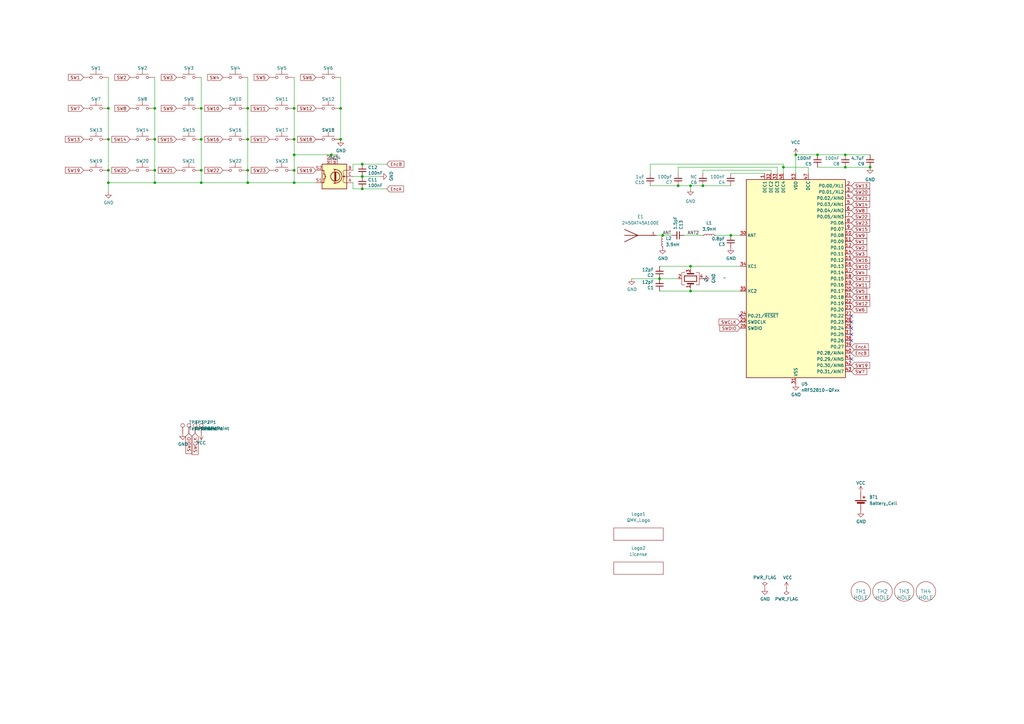
<source format=kicad_sch>
(kicad_sch (version 20230121) (generator eeschema)
  (paper "A3")
  (title_block (title "Lotus 46 unWired") (date "2023-08-20") (rev "v1.00") (company "Markus Knutsson <markus.knutsson@tweety.se>") (comment 1 "https://github.com/TweetyDaBird") (comment 2 "Licensed under Creative Commons BY-SA 4.0 International "))
  (lib_symbols
    (symbol "2450AT45A100E:2450AT45A100E" (pin_names (offset 1.016))
      (property "Reference" "E" (at 2.8004 5.8496 0))
      (property "Value" "2450AT45A100E" (at 2.6732 3.813 0))
      (symbol "2450AT45A100E_0_0"
        (polyline (pts (xy 0 2.54) (xy -2.667 8.001)) (stroke (width 0.254)))
        (polyline (pts (xy 0 2.54) (xy 0 -5.08)) (stroke (width 0.254)))
        (polyline (pts (xy 0 8.001) (xy 0 2.54)) (stroke (width 0.254)))
        (polyline (pts (xy 2.413 8.001) (xy 0 2.54)) (stroke (width 0.254)))
        (pin input line (at 0 -5.08 90) (length 2.54) (name "~") (number "1"))
      )
    )
    (symbol "Connector:TestPoint" (pin_numbers hide) (pin_names (offset 0.762) hide)
      (property "Reference" "TP" (at 0 6.858 0))
      (property "Value" "TestPoint" (at 0 5.08 0))
      (symbol "TestPoint_0_1"
        (circle (center 0 3.302) (radius 0.762))
      )
      (symbol "TestPoint_1_1"
        (pin passive line (at 0 0 90) (length 2.54) (name "1") (number "1"))
      )
    )
    (symbol "Device:Battery_Cell" (pin_numbers hide) (pin_names (offset 0) hide)
      (property "Reference" "BT" (at 2.54 2.54 0))
      (property "Value" "Battery_Cell" (at 2.54 0 0))
      (symbol "Battery_Cell_0_1"
        (rectangle (start -2.286 1.778) (end 2.286 1.524) (fill (type outline)))
        (rectangle (start -1.524 1.016) (end 1.524 0.508) (fill (type outline)))
        (polyline (pts (xy 0 0.762) (xy 0 0)))
        (polyline (pts (xy 0 1.778) (xy 0 2.54)))
        (polyline (pts (xy 0.762 3.048) (xy 1.778 3.048)) (stroke (width 0.254)))
        (polyline (pts (xy 1.27 3.556) (xy 1.27 2.54)) (stroke (width 0.254)))
      )
      (symbol "Battery_Cell_1_1"
        (pin passive line (at 0 5.08 270) (length 2.54) (name "+") (number "1"))
        (pin passive line (at 0 -2.54 90) (length 2.54) (name "-") (number "2"))
      )
    )
    (symbol "Device:C_Small" (pin_numbers hide) (pin_names (offset 0.254) hide)
      (property "Reference" "C" (at 0.254 1.778 0))
      (property "Value" "C_Small" (at 0.254 -2.032 0))
      (symbol "C_Small_0_1"
        (polyline (pts (xy -1.524 -0.508) (xy 1.524 -0.508)) (stroke (width 0.3302)))
        (polyline (pts (xy -1.524 0.508) (xy 1.524 0.508)) (stroke (width 0.3048)))
      )
      (symbol "C_Small_1_1"
        (pin passive line (at 0 2.54 270) (length 2.032) (name "~") (number "1"))
        (pin passive line (at 0 -2.54 90) (length 2.032) (name "~") (number "2"))
      )
    )
    (symbol "Device:Crystal_GND24" (pin_names (offset 1.016) hide)
      (property "Reference" "Y" (at 3.175 5.08 0))
      (property "Value" "Crystal_GND24" (at 3.175 3.175 0))
      (symbol "Crystal_GND24_0_1"
        (rectangle (start -1.143 2.54) (end 1.143 -2.54) (stroke (width 0.3048)))
        (polyline (pts (xy -2.54 0) (xy -2.032 0)))
        (polyline (pts (xy -2.032 -1.27) (xy -2.032 1.27)) (stroke (width 0.508)))
        (polyline (pts (xy 0 -3.81) (xy 0 -3.556)))
        (polyline (pts (xy 0 3.556) (xy 0 3.81)))
        (polyline (pts (xy 2.032 -1.27) (xy 2.032 1.27)) (stroke (width 0.508)))
        (polyline (pts (xy 2.032 0) (xy 2.54 0)))
        (polyline (pts (xy -2.54 -2.286) (xy -2.54 -3.556) (xy 2.54 -3.556) (xy 2.54 -2.286)))
        (polyline (pts (xy -2.54 2.286) (xy -2.54 3.556) (xy 2.54 3.556) (xy 2.54 2.286)))
      )
      (symbol "Crystal_GND24_1_1"
        (pin passive line (at -3.81 0 0) (length 1.27) (name "1") (number "1"))
        (pin passive line (at 0 5.08 270) (length 1.27) (name "2") (number "2"))
        (pin passive line (at 3.81 0 180) (length 1.27) (name "3") (number "3"))
        (pin passive line (at 0 -5.08 90) (length 1.27) (name "4") (number "4"))
      )
    )
    (symbol "Device:L_Small" (pin_numbers hide) (pin_names (offset 0.254) hide)
      (property "Reference" "L" (at 0.762 1.016 0))
      (property "Value" "L_Small" (at 0.762 -1.016 0))
      (symbol "L_Small_0_1"
        (arc (start 0 -2.032) (mid 0.5058 -1.524) (end 0 -1.016))
        (arc (start 0 -1.016) (mid 0.5058 -0.508) (end 0 0))
        (arc (start 0 0) (mid 0.5058 0.508) (end 0 1.016))
        (arc (start 0 1.016) (mid 0.5058 1.524) (end 0 2.032))
      )
      (symbol "L_Small_1_1"
        (pin passive line (at 0 2.54 270) (length 0.508) (name "~") (number "1"))
        (pin passive line (at 0 -2.54 90) (length 0.508) (name "~") (number "2"))
      )
    )
    (symbol "GND_2" (power) (pin_names (offset 0))
      (property "Value" "GND_2" (at 0 -3.81 0))
      (symbol "GND_2_0_1"
        (polyline (pts (xy 0 0) (xy 0 -1.27) (xy 1.27 -1.27) (xy 0 -2.54) (xy -1.27 -1.27) (xy 0 -1.27)))
      )
      (symbol "GND_2_1_1"
        (pin power_in line (at 0 0 270) (length 0) hide (name "GND") (number "1"))
      )
    )
    (symbol "Keyboard_Library:Rotary_Encoder_Switch_GND" (pin_names (offset 0.254) hide)
      (property "Reference" "SW" (at 0 6.604 0))
      (property "Value" "Rotary_Encoder_Switch_GND" (at 0 8.89 0))
      (symbol "Rotary_Encoder_Switch_GND_0_1"
        (rectangle (start -5.08 5.08) (end 5.08 -5.08) (stroke (width 0.254)) (fill (type background)))
        (circle (center -3.81 0) (radius 0.254) (fill (type outline)))
        (circle (center -0.381 0) (radius 1.905) (stroke (width 0.254)))
        (arc (start -0.381 2.667) (mid -3.0988 -0.0635) (end -0.381 -2.794) (stroke (width 0.254)))
        (polyline (pts (xy -0.635 -1.778) (xy -0.635 1.778)) (stroke (width 0.254)))
        (polyline (pts (xy -0.381 -1.778) (xy -0.381 1.778)) (stroke (width 0.254)))
        (polyline (pts (xy -0.127 1.778) (xy -0.127 -1.778)) (stroke (width 0.254)))
        (polyline (pts (xy 3.81 0) (xy 3.429 0)) (stroke (width 0.254)))
        (polyline (pts (xy 3.81 1.016) (xy 3.81 -1.016)) (stroke (width 0.254)))
        (polyline (pts (xy -5.08 -2.54) (xy -3.81 -2.54) (xy -3.81 -2.032)))
        (polyline (pts (xy -5.08 2.54) (xy -3.81 2.54) (xy -3.81 2.032)))
        (polyline (pts (xy 0.254 -3.048) (xy -0.508 -2.794) (xy 0.127 -2.413)) (stroke (width 0.254)))
        (polyline (pts (xy 0.254 2.921) (xy -0.508 2.667) (xy 0.127 2.286)) (stroke (width 0.254)))
        (polyline (pts (xy 5.08 -2.54) (xy 4.318 -2.54) (xy 4.318 -1.016)) (stroke (width 0.254)))
        (polyline (pts (xy 5.08 2.54) (xy 4.318 2.54) (xy 4.318 1.016)) (stroke (width 0.254)))
        (polyline (pts (xy -5.08 0) (xy -3.81 0) (xy -3.81 -1.016) (xy -3.302 -2.032)))
        (polyline (pts (xy -4.318 0) (xy -3.81 0) (xy -3.81 1.016) (xy -3.302 2.032)))
        (circle (center 4.318 -1.016) (radius 0.127) (stroke (width 0.254)))
        (circle (center 4.318 1.016) (radius 0.127) (stroke (width 0.254)))
      )
      (symbol "Rotary_Encoder_Switch_GND_1_1"
        (pin passive line (at -7.62 2.54 0) (length 2.54) (name "A") (number "A"))
        (pin passive line (at -7.62 -2.54 0) (length 2.54) (name "B") (number "B"))
        (pin passive line (at -7.62 0 0) (length 2.54) (name "C") (number "C"))
        (pin power_in line (at -1.27 -8.89 90) (length 3.7084) (name "GND") (number "MP1"))
        (pin power_in line (at 1.27 -8.89 90) (length 3.7592) (name "GND") (number "MP2"))
        (pin passive line (at 7.62 2.54 180) (length 2.54) (name "S1") (number "S1"))
        (pin passive line (at 7.62 -2.54 180) (length 2.54) (name "S2") (number "S2"))
      )
    )
    (symbol "Logotypes:QMK_Logo" (pin_numbers hide) (pin_names (offset 0) hide) (in_bom no)
      (property "Reference" "Logo" (at 0 0 0))
      (property "Value" "QMK_Logo" (at 0 2.54 0))
      (symbol "QMK_Logo_0_1"
        (rectangle (start -10.16 3.81) (end 10.16 -1.27))
      )
    )
    (symbol "MCU_Nordic:nRF52810-QFxx"
      (property "Reference" "U" (at 0 1.27 0))
      (property "Value" "nRF52810-QFxx" (at 0 -1.27 0))
      (symbol "nRF52810-QFxx_0_1"
        (rectangle (start -20.32 40.64) (end 20.32 -40.64) (stroke (width 0.254)) (fill (type background)))
      )
      (symbol "nRF52810-QFxx_1_1"
        (pin passive line (at -12.7 43.18 270) (length 2.54) (name "DEC1") (number "1"))
        (pin bidirectional line (at 22.86 17.78 180) (length 2.54) (name "P0.08") (number "10"))
        (pin bidirectional line (at 22.86 15.24 180) (length 2.54) (name "P0.09") (number "11"))
        (pin bidirectional line (at 22.86 12.7 180) (length 2.54) (name "P0.10") (number "12"))
        (pin power_in line (at 0 43.18 270) (length 2.54) (name "VDD") (number "13"))
        (pin bidirectional line (at 22.86 10.16 180) (length 2.54) (name "P0.11") (number "14"))
        (pin bidirectional line (at 22.86 7.62 180) (length 2.54) (name "P0.12") (number "15"))
        (pin bidirectional line (at 22.86 5.08 180) (length 2.54) (name "P0.13") (number "16"))
        (pin bidirectional line (at 22.86 2.54 180) (length 2.54) (name "P0.14") (number "17"))
        (pin bidirectional line (at 22.86 0 180) (length 2.54) (name "P0.15") (number "18"))
        (pin bidirectional line (at 22.86 -2.54 180) (length 2.54) (name "P0.16") (number "19"))
        (pin bidirectional line (at 22.86 38.1 180) (length 2.54) (name "P0.00/XL1") (number "2"))
        (pin bidirectional line (at 22.86 -5.08 180) (length 2.54) (name "P0.17") (number "20"))
        (pin bidirectional line (at 22.86 -7.62 180) (length 2.54) (name "P0.18") (number "21"))
        (pin bidirectional line (at 22.86 -10.16 180) (length 2.54) (name "P0.19") (number "22"))
        (pin bidirectional line (at 22.86 -12.7 180) (length 2.54) (name "P0.20") (number "23"))
        (pin bidirectional line (at -22.86 -15.24 0) (length 2.54) (name "P0.21/~{RESET}") (number "24"))
        (pin input line (at -22.86 -17.78 0) (length 2.54) (name "SWDCLK") (number "25"))
        (pin bidirectional line (at -22.86 -20.32 0) (length 2.54) (name "SWDIO") (number "26"))
        (pin bidirectional line (at 22.86 -15.24 180) (length 2.54) (name "P0.22") (number "27"))
        (pin bidirectional line (at 22.86 -17.78 180) (length 2.54) (name "P0.23") (number "28"))
        (pin bidirectional line (at 22.86 -20.32 180) (length 2.54) (name "P0.24") (number "29"))
        (pin bidirectional line (at 22.86 35.56 180) (length 2.54) (name "P0.01/XL2") (number "3"))
        (pin passive line (at -22.86 17.78 0) (length 2.54) (name "ANT") (number "30"))
        (pin power_in line (at 0 -43.18 90) (length 2.54) (name "VSS") (number "31"))
        (pin passive line (at -10.16 43.18 270) (length 2.54) (name "DEC2") (number "32"))
        (pin passive line (at -7.62 43.18 270) (length 2.54) (name "DEC3") (number "33"))
        (pin input line (at -22.86 5.08 0) (length 2.54) (name "XC1") (number "34"))
        (pin input line (at -22.86 -5.08 0) (length 2.54) (name "XC2") (number "35"))
        (pin passive line (at 0 43.18 270) (length 2.54) hide (name "VDD") (number "36"))
        (pin bidirectional line (at 22.86 -22.86 180) (length 2.54) (name "P0.25") (number "37"))
        (pin bidirectional line (at 22.86 -25.4 180) (length 2.54) (name "P0.26") (number "38"))
        (pin bidirectional line (at 22.86 -27.94 180) (length 2.54) (name "P0.27") (number "39"))
        (pin bidirectional line (at 22.86 33.02 180) (length 2.54) (name "P0.02/AIN0") (number "4"))
        (pin bidirectional line (at 22.86 -30.48 180) (length 2.54) (name "P0.28/AIN4") (number "40"))
        (pin bidirectional line (at 22.86 -33.02 180) (length 2.54) (name "P0.29/AIN5") (number "41"))
        (pin bidirectional line (at 22.86 -35.56 180) (length 2.54) (name "P0.30/AIN6") (number "42"))
        (pin bidirectional line (at 22.86 -38.1 180) (length 2.54) (name "P0.31/AIN7") (number "43"))
        (pin no_connect line (at -20.32 -30.48 0) (length 2.54) hide (name "NC") (number "44"))
        (pin passive line (at 0 -43.18 90) (length 2.54) hide (name "VSS") (number "45"))
        (pin passive line (at -5.08 43.18 270) (length 2.54) (name "DEC4") (number "46"))
        (pin power_out line (at 5.08 43.18 270) (length 2.54) (name "DCC") (number "47"))
        (pin passive line (at 0 43.18 270) (length 2.54) hide (name "VDD") (number "48"))
        (pin passive line (at 0 -43.18 90) (length 2.54) hide (name "VSS") (number "49"))
        (pin bidirectional line (at 22.86 30.48 180) (length 2.54) (name "P0.03/AIN1") (number "5"))
        (pin bidirectional line (at 22.86 27.94 180) (length 2.54) (name "P0.04/AIN2") (number "6"))
        (pin bidirectional line (at 22.86 25.4 180) (length 2.54) (name "P0.05/AIN3") (number "7"))
        (pin bidirectional line (at 22.86 22.86 180) (length 2.54) (name "P0.06") (number "8"))
        (pin bidirectional line (at 22.86 20.32 180) (length 2.54) (name "P0.07") (number "9"))
      )
    )
    (symbol "Switch:SW_Push" (pin_numbers hide) (pin_names (offset 1.016) hide)
      (property "Reference" "SW" (at 1.27 2.54 0))
      (property "Value" "SW_Push" (at 0 -1.524 0))
      (symbol "SW_Push_0_1"
        (circle (center -2.032 0) (radius 0.508))
        (polyline (pts (xy 0 1.27) (xy 0 3.048)))
        (polyline (pts (xy 2.54 1.27) (xy -2.54 1.27)))
        (circle (center 2.032 0) (radius 0.508))
        (pin passive line (at -5.08 0 0) (length 2.54) (name "1") (number "1"))
        (pin passive line (at 5.08 0 180) (length 2.54) (name "2") (number "2"))
      )
    )
    (symbol "VCC_1" (power) (pin_names (offset 0))
      (property "Value" "VCC_1" (at 0 3.81 0))
      (symbol "VCC_1_0_1"
        (polyline (pts (xy -0.762 1.27) (xy 0 2.54)))
        (polyline (pts (xy 0 0) (xy 0 2.54)))
        (polyline (pts (xy 0 2.54) (xy 0.762 1.27)))
      )
      (symbol "VCC_1_1_1"
        (pin power_in line (at 0 0 90) (length 0) hide (name "VCC") (number "1"))
      )
    )
    (symbol "keebio:Hole" (pin_names (offset 1.016))
      (property "Reference" "H" (at 0 -1.27 0))
      (property "Value" "Hole" (at 0 1.27 0))
      (symbol "Hole_0_1"
        (circle (center 0 0) (radius 4.0132))
      )
    )
    (symbol "power:GND" (power) (pin_names (offset 0))
      (property "Value" "GND" (at 0 -3.81 0))
      (symbol "GND_0_1"
        (polyline (pts (xy 0 0) (xy 0 -1.27) (xy 1.27 -1.27) (xy 0 -2.54) (xy -1.27 -1.27) (xy 0 -1.27)))
      )
      (symbol "GND_1_1"
        (pin power_in line (at 0 0 270) (length 0) hide (name "GND") (number "1"))
      )
    )
    (symbol "power:PWR_FLAG" (power) (pin_numbers hide) (pin_names (offset 0) hide)
      (property "Value" "PWR_FLAG" (at 0 3.81 0))
      (symbol "PWR_FLAG_0_0"
        (pin power_out line (at 0 0 90) (length 0) (name "pwr") (number "1"))
      )
      (symbol "PWR_FLAG_0_1"
        (polyline (pts (xy 0 0) (xy 0 1.27) (xy -1.016 1.905) (xy 0 2.54) (xy 1.016 1.905) (xy 0 1.27)))
      )
    )
    (symbol "power:VCC" (power) (pin_names (offset 0))
      (property "Value" "VCC" (at 0 3.81 0))
      (symbol "VCC_0_1"
        (polyline (pts (xy -0.762 1.27) (xy 0 2.54)))
        (polyline (pts (xy 0 0) (xy 0 2.54)))
        (polyline (pts (xy 0 2.54) (xy 0.762 1.27)))
      )
      (symbol "VCC_1_1"
        (pin power_in line (at 0 0 90) (length 0) hide (name "VCC") (number "1"))
      )
    )
  )
  (junction (at 139.7 44.45))
  (junction (at 44.45 74.93))
  (junction (at 44.45 44.45))
  (junction (at 148.59 72.39))
  (junction (at 326.39 63.5))
  (junction (at 335.28 63.5))
  (junction (at 120.65 74.93))
  (junction (at 270.51 114.3))
  (junction (at 120.65 63.5))
  (junction (at 101.6 57.15))
  (junction (at 271.78 96.52))
  (junction (at 139.7 57.15))
  (junction (at 63.5 57.15))
  (junction (at 283.21 119.38))
  (junction (at 82.55 74.93))
  (junction (at 356.87 68.58))
  (junction (at 283.21 109.22))
  (junction (at 288.29 76.2))
  (junction (at 63.5 44.45))
  (junction (at 120.65 44.45))
  (junction (at 120.65 57.15))
  (junction (at 283.21 76.2))
  (junction (at 299.72 96.52))
  (junction (at 44.45 69.85))
  (junction (at 120.65 69.85))
  (junction (at 101.6 44.45))
  (junction (at 63.5 74.93))
  (junction (at 82.55 57.15))
  (junction (at 101.6 74.93))
  (junction (at 346.71 63.5))
  (junction (at 148.59 77.47))
  (junction (at 135.89 63.5))
  (junction (at 321.31 68.58))
  (junction (at 82.55 69.85))
  (junction (at 63.5 69.85))
  (junction (at 101.6 69.85))
  (junction (at 82.55 44.45))
  (junction (at 346.71 68.58))
  (junction (at 278.13 76.2))
  (junction (at 148.59 67.31))
  (junction (at 44.45 57.15))
  (no_connect (at 349.25 134.62))
  (no_connect (at 349.25 147.32))
  (no_connect (at 349.25 139.7))
  (no_connect (at 349.25 129.54))
  (no_connect (at 349.25 137.16))
  (no_connect (at 349.25 132.08))
  (no_connect (at 303.53 129.54))
  (wire (pts (xy 266.7 67.31) (xy 266.7 71.12)))
  (wire (pts (xy 120.65 31.75) (xy 120.65 44.45)))
  (wire (pts (xy 101.6 74.93) (xy 82.55 74.93)))
  (wire (pts (xy 139.7 31.75) (xy 139.7 44.45)))
  (wire (pts (xy 144.78 67.31) (xy 148.59 67.31)))
  (wire (pts (xy 270.51 114.3) (xy 259.08 114.3)))
  (wire (pts (xy 331.47 71.12) (xy 331.47 68.58)))
  (wire (pts (xy 44.45 44.45) (xy 44.45 57.15)))
  (wire (pts (xy 101.6 57.15) (xy 101.6 69.85)))
  (wire (pts (xy 139.7 57.15) (xy 139.7 57.404)))
  (wire (pts (xy 278.13 76.2) (xy 283.21 76.2)))
  (wire (pts (xy 101.6 44.45) (xy 101.6 57.15)))
  (wire (pts (xy 270.51 114.3) (xy 278.13 114.3)))
  (wire (pts (xy 293.37 96.52) (xy 299.72 96.52)))
  (wire (pts (xy 288.29 69.85) (xy 288.29 71.12)))
  (wire (pts (xy 144.78 72.39) (xy 148.59 72.39)))
  (wire (pts (xy 82.55 57.15) (xy 82.55 69.85)))
  (wire (pts (xy 44.45 78.74) (xy 44.45 74.93)))
  (wire (pts (xy 331.47 68.58) (xy 321.31 68.58)))
  (wire (pts (xy 158.623 77.47) (xy 148.59 77.47)))
  (wire (pts (xy 63.5 69.85) (xy 63.5 74.93)))
  (wire (pts (xy 318.77 71.12) (xy 318.77 68.58)))
  (wire (pts (xy 283.21 76.2) (xy 288.29 76.2)))
  (wire (pts (xy 144.78 77.47) (xy 144.78 74.93)))
  (wire (pts (xy 120.65 63.5) (xy 135.89 63.5)))
  (wire (pts (xy 266.7 76.2) (xy 278.13 76.2)))
  (wire (pts (xy 283.21 119.38) (xy 270.51 119.38)))
  (wire (pts (xy 335.28 63.5) (xy 346.71 63.5)))
  (wire (pts (xy 271.78 96.52) (xy 275.59 96.52)))
  (wire (pts (xy 120.65 44.45) (xy 120.65 57.15)))
  (wire (pts (xy 44.45 69.85) (xy 44.45 74.93)))
  (wire (pts (xy 269.24 96.52) (xy 271.78 96.52)))
  (wire (pts (xy 326.39 63.5) (xy 326.39 71.12)))
  (wire (pts (xy 82.55 31.75) (xy 82.55 44.45)))
  (wire (pts (xy 335.28 68.58) (xy 346.71 68.58)))
  (wire (pts (xy 288.29 69.85) (xy 316.23 69.85)))
  (wire (pts (xy 63.5 57.15) (xy 63.5 69.85)))
  (wire (pts (xy 288.29 76.2) (xy 299.72 76.2)))
  (wire (pts (xy 44.45 31.75) (xy 44.45 44.45)))
  (wire (pts (xy 44.45 74.93) (xy 63.5 74.93)))
  (wire (pts (xy 283.21 109.22) (xy 283.21 110.49)))
  (wire (pts (xy 283.21 109.22) (xy 303.53 109.22)))
  (wire (pts (xy 316.23 69.85) (xy 316.23 71.12)))
  (wire (pts (xy 139.7 44.45) (xy 139.7 57.15)))
  (wire (pts (xy 326.39 63.5) (xy 335.28 63.5)))
  (wire (pts (xy 120.65 69.85) (xy 120.65 74.93)))
  (wire (pts (xy 63.5 44.45) (xy 63.5 57.15)))
  (wire (pts (xy 144.78 77.47) (xy 148.59 77.47)))
  (wire (pts (xy 101.6 69.85) (xy 101.6 74.93)))
  (wire (pts (xy 44.45 57.15) (xy 44.45 69.85)))
  (wire (pts (xy 63.5 31.75) (xy 63.5 44.45)))
  (wire (pts (xy 321.31 67.31) (xy 321.31 68.58)))
  (wire (pts (xy 63.5 74.93) (xy 82.55 74.93)))
  (wire (pts (xy 270.51 109.22) (xy 283.21 109.22)))
  (wire (pts (xy 120.65 74.93) (xy 129.54 74.93)))
  (wire (pts (xy 266.7 67.31) (xy 321.31 67.31)))
  (wire (pts (xy 278.13 68.58) (xy 278.13 71.12)))
  (wire (pts (xy 135.89 63.5) (xy 138.43 63.5)))
  (wire (pts (xy 120.65 57.15) (xy 120.65 63.5)))
  (wire (pts (xy 158.623 67.31) (xy 148.59 67.31)))
  (wire (pts (xy 82.55 69.85) (xy 82.55 74.93)))
  (wire (pts (xy 280.67 96.52) (xy 288.29 96.52)))
  (wire (pts (xy 299.72 71.12) (xy 313.69 71.12)))
  (wire (pts (xy 299.72 96.52) (xy 303.53 96.52)))
  (wire (pts (xy 346.71 63.5) (xy 356.87 63.5)))
  (wire (pts (xy 144.78 67.31) (xy 144.78 69.85)))
  (wire (pts (xy 82.55 44.45) (xy 82.55 57.15)))
  (wire (pts (xy 321.31 71.12) (xy 321.31 68.58)))
  (wire (pts (xy 283.21 76.2) (xy 283.21 77.47)))
  (wire (pts (xy 101.6 74.93) (xy 120.65 74.93)))
  (wire (pts (xy 120.65 63.5) (xy 120.65 69.85)))
  (wire (pts (xy 318.77 68.58) (xy 278.13 68.58)))
  (wire (pts (xy 283.21 118.11) (xy 283.21 119.38)))
  (wire (pts (xy 346.71 68.58) (xy 356.87 68.58)))
  (wire (pts (xy 156.083 72.39) (xy 148.59 72.39)))
  (wire (pts (xy 101.6 31.75) (xy 101.6 44.45)))
  (wire (pts (xy 303.53 119.38) (xy 283.21 119.38)))
  (label "ANT" (at 271.78 96.52 0))
  (label "ANT2" (at 281.94 96.52 0))
  (global_label "SW19" (shape input) (at 129.54 69.85 180) (property "Intersheetrefs" "${INTERSHEET_REFS}" (effects hide)))
  (global_label "SWCLK" (shape input) (at 303.53 132.08 180) (property "Intersheetrefs" "${INTERSHEET_REFS}" (effects hide)))
  (global_label "SW5" (shape input) (at 110.49 31.75 180) (property "Intersheetrefs" "${INTERSHEET_REFS}" (effects hide)))
  (global_label "SW11" (shape input) (at 110.49 44.45 180) (property "Intersheetrefs" "${INTERSHEET_REFS}" (effects hide)))
  (global_label "SW4" (shape input) (at 349.25 111.76 0) (property "Intersheetrefs" "${INTERSHEET_REFS}" (effects hide)))
  (global_label "EncB" (shape input) (at 349.25 144.78 0) (property "Intersheetrefs" "${INTERSHEET_REFS}" (effects hide)))
  (global_label "SW12" (shape input) (at 129.54 44.45 180) (property "Intersheetrefs" "${INTERSHEET_REFS}" (effects hide)))
  (global_label "SW16" (shape input) (at 91.44 57.15 180) (property "Intersheetrefs" "${INTERSHEET_REFS}" (effects hide)))
  (global_label "SW9" (shape input) (at 349.25 96.52 0) (property "Intersheetrefs" "${INTERSHEET_REFS}" (effects hide)))
  (global_label "SWDIO" (shape input) (at 77.47 177.8 270) (property "Intersheetrefs" "${INTERSHEET_REFS}" (effects hide)))
  (global_label "SW10" (shape input) (at 91.44 44.45 180) (property "Intersheetrefs" "${INTERSHEET_REFS}" (effects hide)))
  (global_label "SW12" (shape input) (at 349.25 124.46 0) (property "Intersheetrefs" "${INTERSHEET_REFS}" (effects hide)))
  (global_label "SW17" (shape input) (at 349.25 114.3 0) (property "Intersheetrefs" "${INTERSHEET_REFS}" (effects hide)))
  (global_label "SW13" (shape input) (at 34.29 57.15 180) (property "Intersheetrefs" "${INTERSHEET_REFS}" (effects hide)))
  (global_label "SW8" (shape input) (at 53.34 44.45 180) (property "Intersheetrefs" "${INTERSHEET_REFS}" (effects hide)))
  (global_label "SW15" (shape input) (at 349.25 93.98 0) (property "Intersheetrefs" "${INTERSHEET_REFS}" (effects hide)))
  (global_label "SW3" (shape input) (at 72.39 31.75 180) (property "Intersheetrefs" "${INTERSHEET_REFS}" (effects hide)))
  (global_label "EncA" (shape input) (at 349.25 142.24 0) (property "Intersheetrefs" "${INTERSHEET_REFS}" (effects hide)))
  (global_label "SW13" (shape input) (at 349.25 76.2 0) (property "Intersheetrefs" "${INTERSHEET_REFS}" (effects hide)))
  (global_label "EncB" (shape input) (at 158.623 67.31 0) (property "Intersheetrefs" "${INTERSHEET_REFS}" (effects hide)))
  (global_label "SW23" (shape input) (at 349.25 91.44 0) (property "Intersheetrefs" "${INTERSHEET_REFS}" (effects hide)))
  (global_label "SW23" (shape input) (at 110.49 69.85 180) (property "Intersheetrefs" "${INTERSHEET_REFS}" (effects hide)))
  (global_label "SW9" (shape input) (at 72.39 44.45 180) (property "Intersheetrefs" "${INTERSHEET_REFS}" (effects hide)))
  (global_label "SW7" (shape input) (at 349.25 152.4 0) (property "Intersheetrefs" "${INTERSHEET_REFS}" (effects hide)))
  (global_label "SW19" (shape input) (at 349.25 149.86 0) (property "Intersheetrefs" "${INTERSHEET_REFS}" (effects hide)))
  (global_label "SW19" (shape input) (at 34.29 69.85 180) (property "Intersheetrefs" "${INTERSHEET_REFS}" (effects hide)))
  (global_label "SW1" (shape input) (at 34.29 31.75 180) (property "Intersheetrefs" "${INTERSHEET_REFS}" (effects hide)))
  (global_label "SW11" (shape input) (at 349.25 116.84 0) (property "Intersheetrefs" "${INTERSHEET_REFS}" (effects hide)))
  (global_label "SW17" (shape input) (at 110.49 57.15 180) (property "Intersheetrefs" "${INTERSHEET_REFS}" (effects hide)))
  (global_label "SW22" (shape input) (at 91.44 69.85 180) (property "Intersheetrefs" "${INTERSHEET_REFS}" (effects hide)))
  (global_label "SW21" (shape input) (at 72.39 69.85 180) (property "Intersheetrefs" "${INTERSHEET_REFS}" (effects hide)))
  (global_label "SW5" (shape input) (at 349.25 119.38 0) (property "Intersheetrefs" "${INTERSHEET_REFS}" (effects hide)))
  (global_label "SW14" (shape input) (at 349.25 83.82 0) (property "Intersheetrefs" "${INTERSHEET_REFS}" (effects hide)))
  (global_label "SW6" (shape input) (at 349.25 127 0) (property "Intersheetrefs" "${INTERSHEET_REFS}" (effects hide)))
  (global_label "SW15" (shape input) (at 72.39 57.15 180) (property "Intersheetrefs" "${INTERSHEET_REFS}" (effects hide)))
  (global_label "SW21" (shape input) (at 349.25 81.28 0) (property "Intersheetrefs" "${INTERSHEET_REFS}" (effects hide)))
  (global_label "SW14" (shape input) (at 53.34 57.15 180) (property "Intersheetrefs" "${INTERSHEET_REFS}" (effects hide)))
  (global_label "SW6" (shape input) (at 129.54 31.75 180) (property "Intersheetrefs" "${INTERSHEET_REFS}" (effects hide)))
  (global_label "SW22" (shape input) (at 349.25 88.9 0) (property "Intersheetrefs" "${INTERSHEET_REFS}" (effects hide)))
  (global_label "SW2" (shape input) (at 349.25 101.6 0) (property "Intersheetrefs" "${INTERSHEET_REFS}" (effects hide)))
  (global_label "SW7" (shape input) (at 34.29 44.45 180) (property "Intersheetrefs" "${INTERSHEET_REFS}" (effects hide)))
  (global_label "SWDIO" (shape input) (at 303.53 134.62 180) (property "Intersheetrefs" "${INTERSHEET_REFS}" (effects hide)))
  (global_label "EncA" (shape input) (at 158.623 77.47 0) (property "Intersheetrefs" "${INTERSHEET_REFS}" (effects hide)))
  (global_label "SW20" (shape input) (at 349.25 78.74 0) (property "Intersheetrefs" "${INTERSHEET_REFS}" (effects hide)))
  (global_label "SW10" (shape input) (at 349.25 109.22 0) (property "Intersheetrefs" "${INTERSHEET_REFS}" (effects hide)))
  (global_label "SWCLK" (shape input) (at 80.01 177.8 270) (property "Intersheetrefs" "${INTERSHEET_REFS}" (effects hide)))
  (global_label "SW8" (shape input) (at 349.25 86.36 0) (property "Intersheetrefs" "${INTERSHEET_REFS}" (effects hide)))
  (global_label "SW4" (shape input) (at 91.44 31.75 180) (property "Intersheetrefs" "${INTERSHEET_REFS}" (effects hide)))
  (global_label "SW16" (shape input) (at 349.25 106.68 0) (property "Intersheetrefs" "${INTERSHEET_REFS}" (effects hide)))
  (global_label "SW18" (shape input) (at 129.54 57.15 180) (property "Intersheetrefs" "${INTERSHEET_REFS}" (effects hide)))
  (global_label "SW3" (shape input) (at 349.25 104.14 0) (property "Intersheetrefs" "${INTERSHEET_REFS}" (effects hide)))
  (global_label "SW2" (shape input) (at 53.34 31.75 180) (property "Intersheetrefs" "${INTERSHEET_REFS}" (effects hide)))
  (global_label "SW18" (shape input) (at 349.25 121.92 0) (property "Intersheetrefs" "${INTERSHEET_REFS}" (effects hide)))
  (global_label "SW20" (shape input) (at 53.34 69.85 180) (property "Intersheetrefs" "${INTERSHEET_REFS}" (effects hide)))
  (global_label "SW1" (shape input) (at 349.25 99.06 0) (property "Intersheetrefs" "${INTERSHEET_REFS}" (effects hide)))
  (symbol (lib_id "Switch:SW_Push") (at 39.37 31.75 0) (unit 1)
    (property "Reference" "SW1" (at 39.37 27.94 0))
    (property "Value" "Switch" (effects hide))
    (property "Footprint" "Keyboard Switches:SW_MX_HotSwap_Reversible" (effects hide))
  )
  (symbol (lib_id "power:PWR_FLAG") (at 313.69 241.3 0) (unit 1)
    (property "Reference" "#FLG01" (effects hide))
    (property "Value" "PWR_FLAG" (at 313.69 236.8804 0))
  )
  (symbol (lib_id "power:GND") (at 313.69 241.3 0) (unit 1)
    (property "Reference" "#PWR029" (effects hide))
    (property "Value" "GND" (at 313.817 245.6942 0))
  )
  (symbol (lib_id "power:VCC") (at 322.58 241.3 0) (unit 1)
    (property "Reference" "#PWR030" (effects hide))
    (property "Value" "VCC" (at 323.0118 236.9058 0))
  )
  (symbol (lib_id "power:PWR_FLAG") (at 322.58 241.3 180) (unit 1)
    (property "Reference" "#FLG02" (effects hide))
    (property "Value" "PWR_FLAG" (at 322.58 245.6942 0))
  )
  (symbol (lib_id "keebio:Hole") (at 361.95 242.57 0) (unit 1)
    (property "Reference" "TH2" (at 361.95 242.57 0) (effects (font (size 1.524 1.524))))
    (property "Value" "HOLE" (at 361.95 245.11 0) (effects (font (size 1.524 1.524))))
    (property "Footprint" "Keyboard Common:Spacer PCB hole" (effects hide))
  )
  (symbol (lib_id "keebio:Hole") (at 370.84 242.57 0) (unit 1)
    (property "Reference" "TH3" (at 370.84 242.57 0) (effects (font (size 1.524 1.524))))
    (property "Value" "HOLE" (at 370.84 245.11 0) (effects (font (size 1.524 1.524))))
    (property "Footprint" "Keyboard Common:Spacer PCB hole" (effects hide))
  )
  (symbol (lib_id "keebio:Hole") (at 379.73 242.57 0) (unit 1)
    (property "Reference" "TH4" (at 379.73 242.57 0) (effects (font (size 1.524 1.524))))
    (property "Value" "HOLE" (at 379.73 245.11 0) (effects (font (size 1.524 1.524))))
    (property "Footprint" "Keyboard Common:Spacer PCB hole" (effects hide))
  )
  (symbol (lib_id "keebio:Hole") (at 353.06 242.57 0) (unit 1)
    (property "Reference" "TH1" (at 353.06 242.57 0) (effects (font (size 1.524 1.524))))
    (property "Value" "HOLE" (at 353.06 245.11 0) (effects (font (size 1.524 1.524))))
    (property "Footprint" "Keyboard Common:Spacer PCB hole" (effects hide))
  )
  (symbol (lib_id "Keyboard_Library:Rotary_Encoder_Switch_GND") (at 137.16 72.39 180) (unit 1)
    (property "Reference" "SW24" (at 137.16 64.77 0))
    (property "Value" "Rotary_Encoder_Switch" (effects hide))
    (property "Footprint" "Keyboard Encoders:Encoder_Alps_EC11E_Small" (effects hide))
  )
  (symbol (lib_id "power:GND") (at 156.083 72.39 90) (unit 1)
    (property "Reference" "#PWR09" (effects hide))
    (property "Value" "GND" (at 160.4772 72.263 0))
  )
  (symbol (lib_id "power:GND") (at 353.06 209.55 0) (unit 1)
    (property "Reference" "#PWR023" (effects hide))
    (property "Value" "GND" (at 353.187 213.9442 0))
  )
  (symbol (lib_name "GND_2") (lib_id "power:GND") (at 283.21 77.47 0) (unit 1)
    (property "Reference" "#PWR010" (effects hide))
    (property "Value" "GND" (at 283.21 82.55 0))
  )
  (symbol (lib_name "GND_2") (lib_id "power:GND") (at 356.87 68.58 0) (unit 1)
    (property "Reference" "#PWR06" (effects hide))
    (property "Value" "GND" (at 356.87 73.66 0))
  )
  (symbol (lib_id "Switch:SW_Push") (at 77.47 57.15 0) (unit 1)
    (property "Reference" "SW15" (at 77.47 53.34 0))
    (property "Value" "Switch" (effects hide))
    (property "Footprint" "Keyboard Switches:SW_MX_HotSwap_Reversible" (effects hide))
  )
  (symbol (lib_id "power:GND") (at 271.78 101.6 0) (unit 1)
    (property "Reference" "#PWR011" (effects hide))
    (property "Value" "GND" (at 271.907 105.9942 0))
  )
  (symbol (lib_id "Connector:TestPoint") (at 82.55 177.8 0) (unit 1)
    (property "Reference" "TP1" (at 85.09 173.228 0) (effects (justify left)))
    (property "Value" "TestPoint" (at 85.09 175.768 0) (effects (justify left)))
    (property "Footprint" "TestPoint:TestPoint_Pad_D1.0mm" (effects hide))
  )
  (symbol (lib_id "Switch:SW_Push") (at 115.57 69.85 0) (unit 1)
    (property "Reference" "SW23" (at 115.57 66.04 0))
    (property "Value" "Switch" (effects hide))
    (property "Footprint" "Keyboard Switches:SW_MX_HotSwap_Reversible" (effects hide))
  )
  (symbol (lib_id "Device:C_Small") (at 278.13 96.52 270) (mirror x) (unit 1)
    (property "Reference" "C13" (at 279.2984 94.1832 0) (effects (justify left)))
    (property "Value" "1.5pF" (at 276.987 94.1832 0) (effects (justify left)))
    (property "Footprint" "Capacitor_SMD:C_0402_1005Metric" (effects hide))
  )
  (symbol (lib_id "Device:C_Small") (at 335.28 66.04 180) (unit 1)
    (property "Reference" "C5" (at 332.9432 67.2084 0) (effects (justify left)))
    (property "Value" "100nF" (at 332.9432 64.897 0) (effects (justify left)))
    (property "Footprint" "Capacitor_SMD:C_0402_1005Metric" (effects hide))
  )
  (symbol (lib_id "Device:C_Small") (at 148.59 69.85 0) (unit 1)
    (property "Reference" "C12" (at 150.9268 68.6816 0) (effects (justify left)))
    (property "Value" "100nF" (at 150.9268 70.993 0) (effects (justify left)))
    (property "Footprint" "Capacitor_SMD:C_0603_1608Metric_Pad1.08x0.95mm_HandSolder" (effects hide))
  )
  (symbol (lib_id "Device:C_Small") (at 299.72 99.06 180) (unit 1)
    (property "Reference" "C3" (at 297.3832 100.2284 0) (effects (justify left)))
    (property "Value" "0.8pF" (at 297.3832 97.917 0) (effects (justify left)))
    (property "Footprint" "Capacitor_SMD:C_0402_1005Metric" (effects hide))
  )
  (symbol (lib_id "Device:C_Small") (at 288.29 73.66 180) (unit 1)
    (property "Reference" "C6" (at 285.9532 74.8284 0) (effects (justify left)))
    (property "Value" "NC" (at 285.9532 72.517 0) (effects (justify left)))
    (property "Footprint" "Capacitor_SMD:C_0402_1005Metric" (effects hide))
  )
  (symbol (lib_id "Logotypes:QMK_Logo") (at 261.874 220.345 0) (unit 1) (in_bom no)
    (property "Reference" "Logo1" (at 261.874 210.82 0))
    (property "Value" "QMK_Logo" (at 261.874 213.36 0))
    (property "Footprint" "Logotypes:qmk logo" (effects hide))
  )
  (symbol (lib_id "Connector:TestPoint") (at 77.47 177.8 0) (unit 1)
    (property "Reference" "TP3" (at 80.01 173.228 0) (effects (justify left)))
    (property "Value" "TestPoint" (at 80.01 175.768 0) (effects (justify left)))
    (property "Footprint" "TestPoint:TestPoint_Pad_D1.0mm" (effects hide))
  )
  (symbol (lib_id "Connector:TestPoint") (at 74.93 177.8 0) (unit 1)
    (property "Reference" "TP4" (at 77.47 173.228 0) (effects (justify left)))
    (property "Value" "TestPoint" (at 77.47 175.768 0) (effects (justify left)))
    (property "Footprint" "TestPoint:TestPoint_Pad_D1.0mm" (effects hide))
  )
  (symbol (lib_id "Switch:SW_Push") (at 96.52 31.75 0) (unit 1)
    (property "Reference" "SW4" (at 96.52 27.94 0))
    (property "Value" "Switch" (effects hide))
    (property "Footprint" "Keyboard Switches:SW_MX_HotSwap_Reversible" (effects hide))
  )
  (symbol (lib_id "Switch:SW_Push") (at 96.52 44.45 0) (unit 1)
    (property "Reference" "SW10" (at 96.52 40.64 0))
    (property "Value" "Switch" (effects hide))
    (property "Footprint" "Keyboard Switches:SW_MX_HotSwap_Reversible" (effects hide))
  )
  (symbol (lib_id "Switch:SW_Push") (at 58.42 57.15 0) (unit 1)
    (property "Reference" "SW14" (at 58.42 53.34 0))
    (property "Value" "Switch" (effects hide))
    (property "Footprint" "Keyboard Switches:SW_MX_HotSwap_Reversible" (effects hide))
  )
  (symbol (lib_id "power:VCC") (at 353.06 201.93 0) (unit 1)
    (property "Reference" "#PWR01" (effects hide))
    (property "Value" "VCC" (at 353.06 198.12 0))
  )
  (symbol (lib_id "Switch:SW_Push") (at 58.42 44.45 0) (unit 1)
    (property "Reference" "SW8" (at 58.42 40.64 0))
    (property "Value" "Switch" (effects hide))
    (property "Footprint" "Keyboard Switches:SW_MX_HotSwap_Reversible" (effects hide))
  )
  (symbol (lib_id "Switch:SW_Push") (at 115.57 44.45 0) (unit 1)
    (property "Reference" "SW11" (at 115.57 40.64 0))
    (property "Value" "Switch" (effects hide))
    (property "Footprint" "Keyboard Switches:SW_MX_HotSwap_Reversible" (effects hide))
  )
  (symbol (lib_id "Switch:SW_Push") (at 134.62 44.45 0) (unit 1)
    (property "Reference" "SW12" (at 134.62 40.64 0))
    (property "Value" "Switch" (effects hide))
    (property "Footprint" "Keyboard Switches:SW_MX_HotSwap_Reversible" (effects hide))
  )
  (symbol (lib_id "Logotypes:QMK_Logo") (at 261.874 234.315 0) (unit 1) (in_bom no)
    (property "Reference" "Logo2" (at 261.874 224.79 0))
    (property "Value" "License" (at 261.874 227.33 0))
    (property "Footprint" "Logotypes:CC_BY_SA_40_line" (effects hide))
  )
  (symbol (lib_id "power:GND") (at 326.39 157.48 0) (unit 1)
    (property "Reference" "#PWR03" (effects hide))
    (property "Value" "GND" (at 326.517 161.8742 0))
  )
  (symbol (lib_id "Device:C_Small") (at 270.51 116.84 180) (unit 1)
    (property "Reference" "C1" (at 268.1732 118.0084 0) (effects (justify left)))
    (property "Value" "12pF" (at 268.1732 115.697 0) (effects (justify left)))
    (property "Footprint" "Capacitor_SMD:C_0402_1005Metric" (effects hide))
  )
  (symbol (lib_id "Device:Battery_Cell") (at 353.06 207.01 0) (unit 1)
    (property "Reference" "BT1" (at 356.489 203.8985 0) (effects (justify left)))
    (property "Value" "Battery_Cell" (at 356.489 206.4385 0) (effects (justify left)))
    (property "Footprint" "Keyboard Common:BS-12" (effects hide))
  )
  (symbol (lib_id "Device:C_Small") (at 346.71 66.04 180) (unit 1)
    (property "Reference" "C8" (at 344.3732 67.2084 0) (effects (justify left)))
    (property "Value" "100nF" (at 344.3732 64.897 0) (effects (justify left)))
    (property "Footprint" "Capacitor_SMD:C_0402_1005Metric" (effects hide))
  )
  (symbol (lib_id "power:VCC") (at 82.55 177.8 180) (unit 1)
    (property "Reference" "#PWR05" (effects hide))
    (property "Value" "VCC" (at 82.55 181.61 0))
  )
  (symbol (lib_id "Switch:SW_Push") (at 39.37 69.85 0) (unit 1)
    (property "Reference" "SW19" (at 39.37 66.04 0))
    (property "Value" "Switch" (effects hide))
    (property "Footprint" "Keyboard Switches:SW_MX_HotSwap_Reversible" (effects hide))
  )
  (symbol (lib_id "Switch:SW_Push") (at 115.57 31.75 0) (unit 1)
    (property "Reference" "SW5" (at 115.57 27.94 0))
    (property "Value" "Switch" (effects hide))
    (property "Footprint" "Keyboard Switches:SW_MX_HotSwap_Reversible" (effects hide))
  )
  (symbol (lib_id "Device:C_Small") (at 270.51 111.76 180) (unit 1)
    (property "Reference" "C2" (at 268.1732 112.9284 0) (effects (justify left)))
    (property "Value" "12pF" (at 268.1732 110.617 0) (effects (justify left)))
    (property "Footprint" "Capacitor_SMD:C_0402_1005Metric" (effects hide))
  )
  (symbol (lib_id "power:GND") (at 44.45 78.74 0) (unit 1)
    (property "Reference" "#PWR017" (effects hide))
    (property "Value" "GND" (at 44.577 83.1342 0))
  )
  (symbol (lib_id "Connector:TestPoint") (at 80.01 177.8 0) (unit 1)
    (property "Reference" "TP2" (at 82.55 173.228 0) (effects (justify left)))
    (property "Value" "TestPoint" (at 82.55 175.768 0) (effects (justify left)))
    (property "Footprint" "TestPoint:TestPoint_Pad_D1.0mm" (effects hide))
  )
  (symbol (lib_id "Switch:SW_Push") (at 58.42 69.85 0) (unit 1)
    (property "Reference" "SW20" (at 58.42 66.04 0))
    (property "Value" "Switch" (effects hide))
    (property "Footprint" "Keyboard Switches:SW_MX_HotSwap_Reversible" (effects hide))
  )
  (symbol (lib_id "Device:C_Small") (at 356.87 66.04 180) (unit 1)
    (property "Reference" "C9" (at 354.5332 67.2084 0) (effects (justify left)))
    (property "Value" "4.7uF" (at 354.5332 64.897 0) (effects (justify left)))
    (property "Footprint" "Capacitor_SMD:C_0603_1608Metric" (effects hide))
  )
  (symbol (lib_id "MCU_Nordic:nRF52810-QFxx") (at 326.39 114.3 0) (unit 1)
    (property "Reference" "U5" (at 328.5841 157.48 0) (effects (justify left)))
    (property "Value" "nRF52810-QFxx" (at 328.5841 160.02 0) (effects (justify left)))
    (property "Footprint" "Package_DFN_QFN:QFN-48-1EP_6x6mm_P0.4mm_EP4.6x4.6mm_ThermalVias" (effects hide))
    (property "Datasheet" "http://infocenter.nordicsemi.com/pdf/nRF52810_PS_v1.1.pdf" (effects hide))
  )
  (symbol (lib_id "power:GND") (at 299.72 101.6 0) (unit 1)
    (property "Reference" "#PWR013" (effects hide))
    (property "Value" "GND" (at 299.847 105.9942 0))
  )
  (symbol (lib_name "VCC_1") (lib_id "power:VCC") (at 326.39 63.5 0) (unit 1)
    (property "Reference" "#PWR04" (effects hide))
    (property "Value" "VCC" (at 326.39 58.42 0))
  )
  (symbol (lib_id "Switch:SW_Push") (at 39.37 44.45 0) (unit 1)
    (property "Reference" "SW7" (at 39.37 40.64 0))
    (property "Value" "Switch" (effects hide))
    (property "Footprint" "Keyboard Switches:SW_MX_HotSwap_Reversible" (effects hide))
  )
  (symbol (lib_id "power:GND") (at 288.29 114.3 90) (unit 1)
    (property "Reference" "#PWR07" (effects hide))
    (property "Value" "GND" (at 292.6842 114.173 0))
  )
  (symbol (lib_id "Switch:SW_Push") (at 134.62 31.75 0) (unit 1)
    (property "Reference" "SW6" (at 134.62 27.94 0))
    (property "Value" "Switch" (effects hide))
    (property "Footprint" "Keyboard Switches:SW_MX_HotSwap_Reversible" (effects hide))
  )
  (symbol (lib_id "power:GND") (at 74.93 177.8 0) (unit 1)
    (property "Reference" "#PWR02" (effects hide))
    (property "Value" "GND" (at 75.057 182.1942 0))
  )
  (symbol (lib_id "Switch:SW_Push") (at 134.62 57.15 0) (unit 1)
    (property "Reference" "SW18" (at 134.62 53.34 0))
    (property "Value" "Switch" (effects hide))
    (property "Footprint" "Keyboard Switches:SW_MX_HotSwap_Reversible" (effects hide))
  )
  (symbol (lib_id "Switch:SW_Push") (at 39.37 57.15 0) (unit 1)
    (property "Reference" "SW13" (at 39.37 53.34 0))
    (property "Value" "Switch" (effects hide))
    (property "Footprint" "Keyboard Switches:SW_MX_HotSwap_Reversible" (effects hide))
  )
  (symbol (lib_id "Device:C_Small") (at 266.7 73.66 180) (unit 1)
    (property "Reference" "C10" (at 264.3632 74.8284 0) (effects (justify left)))
    (property "Value" "1uF" (at 264.3632 72.517 0) (effects (justify left)))
    (property "Footprint" "Capacitor_SMD:C_0603_1608Metric" (effects hide))
  )
  (symbol (lib_id "Switch:SW_Push") (at 77.47 69.85 0) (unit 1)
    (property "Reference" "SW21" (at 77.47 66.04 0))
    (property "Value" "Switch" (effects hide))
    (property "Footprint" "Keyboard Switches:SW_MX_HotSwap_Reversible" (effects hide))
  )
  (symbol (lib_id "Device:C_Small") (at 148.59 74.93 0) (unit 1)
    (property "Reference" "C11" (at 150.9268 73.7616 0) (effects (justify left)))
    (property "Value" "100nF" (at 150.9268 76.073 0) (effects (justify left)))
    (property "Footprint" "Capacitor_SMD:C_0603_1608Metric_Pad1.08x0.95mm_HandSolder" (effects hide))
  )
  (symbol (lib_id "Device:L_Small") (at 271.78 99.06 180) (unit 1)
    (property "Reference" "L2" (at 273.05 97.79 0) (effects (justify right)))
    (property "Value" "3.9nH" (at 273.05 100.33 0) (effects (justify right)))
    (property "Footprint" "Inductor_SMD:L_0402_1005Metric" (effects hide))
  )
  (symbol (lib_id "Switch:SW_Push") (at 77.47 31.75 0) (unit 1)
    (property "Reference" "SW3" (at 77.47 27.94 0))
    (property "Value" "Switch" (effects hide))
    (property "Footprint" "Keyboard Switches:SW_MX_HotSwap_Reversible" (effects hide))
  )
  (symbol (lib_id "Switch:SW_Push") (at 115.57 57.15 0) (unit 1)
    (property "Reference" "SW17" (at 115.57 53.34 0))
    (property "Value" "Switch" (effects hide))
    (property "Footprint" "Keyboard Switches:SW_MX_HotSwap_Reversible" (effects hide))
  )
  (symbol (lib_id "Device:C_Small") (at 299.72 73.66 180) (unit 1)
    (property "Reference" "C4" (at 297.3832 74.8284 0) (effects (justify left)))
    (property "Value" "100nF" (at 297.3832 72.517 0) (effects (justify left)))
    (property "Footprint" "Capacitor_SMD:C_0402_1005Metric" (effects hide))
  )
  (symbol (lib_id "power:GND") (at 139.7 57.404 0) (unit 1)
    (property "Reference" "#PWR08" (effects hide))
    (property "Value" "GND" (at 139.827 61.7982 0))
  )
  (symbol (lib_id "Device:C_Small") (at 278.13 73.66 180) (unit 1)
    (property "Reference" "C7" (at 275.7932 74.8284 0) (effects (justify left)))
    (property "Value" "100pF" (at 275.7932 72.517 0) (effects (justify left)))
    (property "Footprint" "Capacitor_SMD:C_0402_1005Metric" (effects hide))
  )
  (symbol (lib_id "Device:L_Small") (at 290.83 96.52 90) (unit 1)
    (property "Reference" "L1" (at 290.83 91.44 90))
    (property "Value" "3.9nH" (at 290.83 93.98 90))
    (property "Footprint" "Inductor_SMD:L_0402_1005Metric" (effects hide))
  )
  (symbol (lib_id "2450AT45A100E:2450AT45A100E") (at 264.16 96.52 90) (unit 1)
    (property "Reference" "E1" (at 262.6995 88.9 90))
    (property "Value" "2450AT45A100E" (at 262.6995 91.44 90))
    (property "Footprint" "ANT_2450AT45A100E" (effects hide))
    (property "MF" "Johanson Technology" (effects hide))
    (property "MAXIMUM_PACKAGE_HEIGHT" "1.3mm" (effects hide))
    (property "Package" "None" (effects hide))
    (property "Price" "None" (effects hide))
    (property "Check_prices" "https://www.snapeda.com/parts/2450AT45A100E/Johanson+Technology+Inc./view-part/?ref=eda" (effects hide))
    (property "STANDARD" "Manufacturer Recommendations" (effects hide))
    (property "PARTREV" "3.1" (effects hide))
    (property "SnapEDA_Link" "https://www.snapeda.com/parts/2450AT45A100E/Johanson+Technology+Inc./view-part/?ref=snap" (effects hide))
    (property "MP" "2450AT45A100E" (effects hide))
    (property "Description" "\n2.4GHz - Chip RF Antenna 2.4GHz ~ 2.5GHz 2.2dBi Solder Surface Mount\n" (effects hide))
    (property "Availability" "In Stock" (effects hide))
    (property "MANUFACTURER" "Johanson" (effects hide))
  )
  (symbol (lib_id "Device:Crystal_GND24") (at 283.21 114.3 90) (unit 1)
    (property "Reference" "Y1" (at 289.56 114.6241 90))
    (property "Value" "~" (at 297.18 113.9257 90))
    (property "Footprint" "Crystal:Crystal_SMD_2016-4Pin_2.0x1.6mm" (effects hide))
  )
  (symbol (lib_id "Switch:SW_Push") (at 96.52 57.15 0) (unit 1)
    (property "Reference" "SW16" (at 96.52 53.34 0))
    (property "Value" "Switch" (effects hide))
    (property "Footprint" "Keyboard Switches:SW_MX_HotSwap_Reversible" (effects hide))
  )
  (symbol (lib_id "Switch:SW_Push") (at 96.52 69.85 0) (unit 1)
    (property "Reference" "SW22" (at 96.52 66.04 0))
    (property "Value" "Switch" (effects hide))
    (property "Footprint" "Keyboard Switches:SW_MX_HotSwap_Reversible" (effects hide))
  )
  (symbol (lib_id "power:GND") (at 259.08 114.3 0) (unit 1)
    (property "Reference" "#PWR012" (effects hide))
    (property "Value" "GND" (at 259.207 118.6942 0))
  )
  (symbol (lib_id "Switch:SW_Push") (at 58.42 31.75 0) (unit 1)
    (property "Reference" "SW2" (at 58.42 27.94 0))
    (property "Value" "Switch" (effects hide))
    (property "Footprint" "Keyboard Switches:SW_MX_HotSwap_Reversible" (effects hide))
  )
  (symbol (lib_id "Switch:SW_Push") (at 77.47 44.45 0) (unit 1)
    (property "Reference" "SW9" (at 77.47 40.64 0))
    (property "Value" "Switch" (effects hide))
    (property "Footprint" "Keyboard Switches:SW_MX_HotSwap_Reversible" (effects hide))
  )
)
</source>
